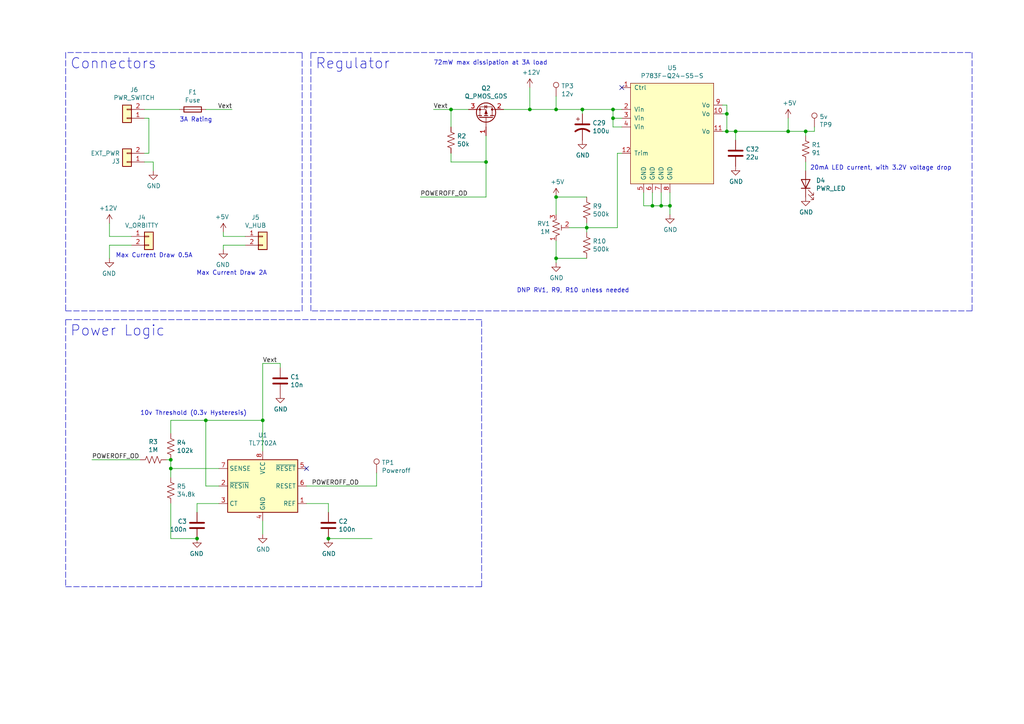
<source format=kicad_sch>
(kicad_sch (version 20211123) (generator eeschema)
  (paper "A4")
  (lib_symbols
    (symbol "Connector:TestPoint" (pin_numbers hide) (pin_names (offset 0.762) hide)
      (property "Reference" "TP" (at 0 6.858 0))
      (property "Value" "TestPoint" (at 0 5.08 0))
      (symbol "TestPoint_0_1"
        (circle (center 0 3.302) (radius 0.762))
      )
      (symbol "TestPoint_1_1"
        (pin passive line (at 0 0 90) (length 2.54) (name "1") (number "1"))
      )
    )
    (symbol "Connector_Generic:Conn_01x02" (pin_names (offset 1.016) hide)
      (property "Reference" "J" (at 0 2.54 0))
      (property "Value" "Conn_01x02" (at 0 -5.08 0))
      (symbol "Conn_01x02_1_1"
        (rectangle (start -1.27 -2.413) (end 0 -2.667) (stroke (width 0.1524)))
        (rectangle (start -1.27 0.127) (end 0 -0.127) (stroke (width 0.1524)))
        (rectangle (start -1.27 1.27) (end 1.27 -3.81) (stroke (width 0.254)) (fill (type background)))
        (pin passive line (at -5.08 0 0) (length 3.81) (name "Pin_1") (number "1"))
        (pin passive line (at -5.08 -2.54 0) (length 3.81) (name "Pin_2") (number "2"))
      )
    )
    (symbol "Device:C" (pin_numbers hide) (pin_names (offset 0.254))
      (property "Reference" "C" (at 0.635 2.54 0))
      (property "Value" "C" (at 0.635 -2.54 0))
      (symbol "C_0_1"
        (polyline (pts (xy -2.032 -0.762) (xy 2.032 -0.762)) (stroke (width 0.508)))
        (polyline (pts (xy -2.032 0.762) (xy 2.032 0.762)) (stroke (width 0.508)))
      )
      (symbol "C_1_1"
        (pin passive line (at 0 3.81 270) (length 2.794) (name "~") (number "1"))
        (pin passive line (at 0 -3.81 90) (length 2.794) (name "~") (number "2"))
      )
    )
    (symbol "Device:CP1" (pin_numbers hide) (pin_names (offset 0.254) hide)
      (property "Reference" "C" (at 0.635 2.54 0))
      (property "Value" "Device_CP1" (at 0.635 -2.54 0))
      (symbol "CP1_0_1"
        (polyline (pts (xy -2.032 0.762) (xy 2.032 0.762)) (stroke (width 0.508)))
        (polyline (pts (xy -1.778 2.286) (xy -0.762 2.286)))
        (polyline (pts (xy -1.27 1.778) (xy -1.27 2.794)))
        (arc (start 2.032 -1.27) (mid 0 -0.5572) (end -2.032 -1.27) (stroke (width 0.508)))
      )
      (symbol "CP1_1_1"
        (pin passive line (at 0 3.81 270) (length 2.794) (name "~") (number "1"))
        (pin passive line (at 0 -3.81 90) (length 3.302) (name "~") (number "2"))
      )
    )
    (symbol "Device:Fuse" (pin_numbers hide) (pin_names (offset 0))
      (property "Reference" "F" (at 2.032 0 90))
      (property "Value" "Fuse" (at -1.905 0 90))
      (symbol "Fuse_0_1"
        (rectangle (start -0.762 -2.54) (end 0.762 2.54) (stroke (width 0.254)))
        (polyline (pts (xy 0 2.54) (xy 0 -2.54)))
      )
      (symbol "Fuse_1_1"
        (pin passive line (at 0 3.81 270) (length 1.27) (name "~") (number "1"))
        (pin passive line (at 0 -3.81 90) (length 1.27) (name "~") (number "2"))
      )
    )
    (symbol "Device:LED" (pin_numbers hide) (pin_names (offset 1.016) hide)
      (property "Reference" "D" (at 0 2.54 0))
      (property "Value" "LED" (at 0 -2.54 0))
      (symbol "LED_0_1"
        (polyline (pts (xy -1.27 -1.27) (xy -1.27 1.27)) (stroke (width 0.254)))
        (polyline (pts (xy -1.27 0) (xy 1.27 0)))
        (polyline (pts (xy 1.27 -1.27) (xy 1.27 1.27) (xy -1.27 0) (xy 1.27 -1.27)) (stroke (width 0.254)))
        (polyline (pts (xy -3.048 -0.762) (xy -4.572 -2.286) (xy -3.81 -2.286) (xy -4.572 -2.286) (xy -4.572 -1.524)))
        (polyline (pts (xy -1.778 -0.762) (xy -3.302 -2.286) (xy -2.54 -2.286) (xy -3.302 -2.286) (xy -3.302 -1.524)))
      )
      (symbol "LED_1_1"
        (pin passive line (at -3.81 0 0) (length 2.54) (name "K") (number "1"))
        (pin passive line (at 3.81 0 180) (length 2.54) (name "A") (number "2"))
      )
    )
    (symbol "Device:Q_PMOS_GDS" (pin_names (offset 0) hide)
      (property "Reference" "Q" (at 5.08 1.27 0))
      (property "Value" "Q_PMOS_GDS" (at 5.08 -1.27 0))
      (symbol "Q_PMOS_GDS_0_1"
        (polyline (pts (xy 0.254 0) (xy -2.54 0)))
        (polyline (pts (xy 0.254 1.905) (xy 0.254 -1.905)) (stroke (width 0.254)))
        (polyline (pts (xy 0.762 -1.27) (xy 0.762 -2.286)) (stroke (width 0.254)))
        (polyline (pts (xy 0.762 0.508) (xy 0.762 -0.508)) (stroke (width 0.254)))
        (polyline (pts (xy 0.762 2.286) (xy 0.762 1.27)) (stroke (width 0.254)))
        (polyline (pts (xy 2.54 2.54) (xy 2.54 1.778)))
        (polyline (pts (xy 2.54 -2.54) (xy 2.54 0) (xy 0.762 0)))
        (polyline (pts (xy 0.762 1.778) (xy 3.302 1.778) (xy 3.302 -1.778) (xy 0.762 -1.778)))
        (polyline (pts (xy 2.286 0) (xy 1.27 0.381) (xy 1.27 -0.381) (xy 2.286 0)) (fill (type outline)))
        (polyline (pts (xy 2.794 -0.508) (xy 2.921 -0.381) (xy 3.683 -0.381) (xy 3.81 -0.254)))
        (polyline (pts (xy 3.302 -0.381) (xy 2.921 0.254) (xy 3.683 0.254) (xy 3.302 -0.381)))
        (circle (center 1.651 0) (radius 2.794) (stroke (width 0.254)))
        (circle (center 2.54 -1.778) (radius 0.254) (fill (type outline)))
        (circle (center 2.54 1.778) (radius 0.254) (fill (type outline)))
      )
      (symbol "Q_PMOS_GDS_1_1"
        (pin input line (at -5.08 0 0) (length 2.54) (name "G") (number "1"))
        (pin passive line (at 2.54 5.08 270) (length 2.54) (name "D") (number "2"))
        (pin passive line (at 2.54 -5.08 90) (length 2.54) (name "S") (number "3"))
      )
    )
    (symbol "Device:R_POT_TRIM_US" (pin_names (offset 1.016) hide)
      (property "Reference" "RV" (at -4.445 0 90))
      (property "Value" "Device_R_POT_TRIM_US" (at -2.54 0 90))
      (symbol "R_POT_TRIM_US_0_1"
        (polyline (pts (xy 0 -2.286) (xy 0 -2.54)))
        (polyline (pts (xy 0 2.286) (xy 0 2.54)))
        (polyline (pts (xy 1.524 0.762) (xy 1.524 -0.762)))
        (polyline (pts (xy 2.54 0) (xy 1.524 0)))
        (polyline (pts (xy 0 -0.762) (xy 1.016 -1.143) (xy 0 -1.524) (xy -1.016 -1.905) (xy 0 -2.286)))
        (polyline (pts (xy 0 0.762) (xy 1.016 0.381) (xy 0 0) (xy -1.016 -0.381) (xy 0 -0.762)))
        (polyline (pts (xy 0 2.286) (xy 1.016 1.905) (xy 0 1.524) (xy -1.016 1.143) (xy 0 0.762)))
      )
      (symbol "R_POT_TRIM_US_1_1"
        (pin passive line (at 0 3.81 270) (length 1.27) (name "1") (number "1"))
        (pin passive line (at 3.81 0 180) (length 1.27) (name "2") (number "2"))
        (pin passive line (at 0 -3.81 90) (length 1.27) (name "3") (number "3"))
      )
    )
    (symbol "Device:R_US" (pin_numbers hide) (pin_names (offset 0))
      (property "Reference" "R" (at 2.54 0 90))
      (property "Value" "R_US" (at -2.54 0 90))
      (symbol "R_US_0_1"
        (polyline (pts (xy 0 -2.286) (xy 0 -2.54)))
        (polyline (pts (xy 0 2.286) (xy 0 2.54)))
        (polyline (pts (xy 0 -0.762) (xy 1.016 -1.143) (xy 0 -1.524) (xy -1.016 -1.905) (xy 0 -2.286)))
        (polyline (pts (xy 0 0.762) (xy 1.016 0.381) (xy 0 0) (xy -1.016 -0.381) (xy 0 -0.762)))
        (polyline (pts (xy 0 2.286) (xy 1.016 1.905) (xy 0 1.524) (xy -1.016 1.143) (xy 0 0.762)))
      )
      (symbol "R_US_1_1"
        (pin passive line (at 0 3.81 270) (length 1.27) (name "~") (number "1"))
        (pin passive line (at 0 -3.81 90) (length 1.27) (name "~") (number "2"))
      )
    )
    (symbol "New_Library:P783F-Q24-S5-S" (pin_names (offset 1.016))
      (property "Reference" "U" (at 0 0 0))
      (property "Value" "New_Library_P783F-Q24-S5-S" (at 0 2.54 0))
      (symbol "P783F-Q24-S5-S_0_1"
        (rectangle (start -6.35 -1.27) (end 17.78 -30.48) (fill (type background)))
      )
      (symbol "P783F-Q24-S5-S_1_1"
        (pin input line (at -8.89 -2.54 0) (length 2.54) (name "Ctrl") (number "1"))
        (pin output line (at 20.32 -10.16 180) (length 2.54) (name "Vo") (number "10"))
        (pin output line (at 20.32 -15.24 180) (length 2.54) (name "Vo") (number "11"))
        (pin input line (at -8.89 -21.59 0) (length 2.54) (name "Trim") (number "12"))
        (pin input line (at -8.89 -8.89 0) (length 2.54) (name "Vin") (number "2"))
        (pin input line (at -8.89 -11.43 0) (length 2.54) (name "Vin") (number "3"))
        (pin input line (at -8.89 -13.97 0) (length 2.54) (name "Vin") (number "4"))
        (pin input line (at -2.54 -33.02 90) (length 2.54) (name "GND") (number "5"))
        (pin input line (at 0 -33.02 90) (length 2.54) (name "GND") (number "6"))
        (pin input line (at 2.54 -33.02 90) (length 2.54) (name "GND") (number "7"))
        (pin input line (at 5.08 -33.02 90) (length 2.54) (name "GND") (number "8"))
        (pin output line (at 20.32 -7.62 180) (length 2.54) (name "Vo") (number "9"))
      )
    )
    (symbol "Power_Supervisor:TL7702A"
      (property "Reference" "U" (at -8.89 8.89 0))
      (property "Value" "TL7702A" (at 10.16 8.89 0))
      (symbol "TL7702A_0_1"
        (rectangle (start -10.16 7.62) (end 10.16 -7.62) (stroke (width 0.254)) (fill (type background)))
      )
      (symbol "TL7702A_1_1"
        (pin output line (at 12.7 -5.08 180) (length 2.54) (name "REF") (number "1"))
        (pin input line (at -12.7 0 0) (length 2.54) (name "~{RESIN}") (number "2"))
        (pin passive line (at -12.7 -5.08 0) (length 2.54) (name "CT") (number "3"))
        (pin power_in line (at 0 -10.16 90) (length 2.54) (name "GND") (number "4"))
        (pin open_collector line (at 12.7 5.08 180) (length 2.54) (name "~{RESET}") (number "5"))
        (pin open_collector line (at 12.7 0 180) (length 2.54) (name "RESET") (number "6"))
        (pin input line (at -12.7 5.08 0) (length 2.54) (name "SENSE") (number "7"))
        (pin power_in line (at 0 10.16 270) (length 2.54) (name "VCC") (number "8"))
      )
    )
    (symbol "power:+12V" (power) (pin_names (offset 0))
      (property "Value" "+12V" (at 0 3.556 0))
      (symbol "+12V_0_1"
        (polyline (pts (xy -0.762 1.27) (xy 0 2.54)))
        (polyline (pts (xy 0 0) (xy 0 2.54)))
        (polyline (pts (xy 0 2.54) (xy 0.762 1.27)))
      )
      (symbol "+12V_1_1"
        (pin power_in line (at 0 0 90) (length 0) hide (name "+12V") (number "1"))
      )
    )
    (symbol "power:+5V" (power) (pin_names (offset 0))
      (property "Value" "+5V" (at 0 3.556 0))
      (symbol "+5V_0_1"
        (polyline (pts (xy -0.762 1.27) (xy 0 2.54)))
        (polyline (pts (xy 0 0) (xy 0 2.54)))
        (polyline (pts (xy 0 2.54) (xy 0.762 1.27)))
      )
      (symbol "+5V_1_1"
        (pin power_in line (at 0 0 90) (length 0) hide (name "+5V") (number "1"))
      )
    )
    (symbol "power:GND" (power) (pin_names (offset 0))
      (property "Value" "GND" (at 0 -3.81 0))
      (symbol "GND_0_1"
        (polyline (pts (xy 0 0) (xy 0 -1.27) (xy 1.27 -1.27) (xy 0 -2.54) (xy -1.27 -1.27) (xy 0 -1.27)))
      )
      (symbol "GND_1_1"
        (pin power_in line (at 0 0 270) (length 0) hide (name "GND") (number "1"))
      )
    )
  )
  (junction (at 130.81 31.75))
  (junction (at 140.97 46.99))
  (junction (at 168.91 31.75))
  (junction (at 213.36 38.1))
  (junction (at 194.31 59.69))
  (junction (at 59.69 121.92))
  (junction (at 161.29 31.75))
  (junction (at 161.29 57.15))
  (junction (at 76.2 121.92))
  (junction (at 161.29 74.93))
  (junction (at 170.18 66.04))
  (junction (at 210.82 38.1))
  (junction (at 177.8 31.75))
  (junction (at 177.8 34.29))
  (junction (at 228.6 38.1))
  (junction (at 233.68 38.1))
  (junction (at 210.82 33.02))
  (junction (at 191.77 59.69))
  (junction (at 49.53 133.35))
  (junction (at 57.15 156.21))
  (junction (at 49.53 135.89))
  (junction (at 189.23 59.69))
  (junction (at 153.67 31.75))
  (junction (at 95.25 156.21))
  (no_connect (at 88.9 135.89))
  (no_connect (at 180.34 25.4))
  (wire (pts (xy 49.53 146.05) (xy 49.53 156.21)))
  (wire (pts (xy 49.53 135.89) (xy 49.53 138.43)))
  (wire (pts (xy 49.53 133.35) (xy 49.53 135.89)))
  (wire (pts (xy 57.15 146.05) (xy 57.15 148.59)))
  (wire (pts (xy 140.97 46.99) (xy 140.97 39.37)))
  (wire (pts (xy 191.77 59.69) (xy 194.31 59.69)))
  (wire (pts (xy 191.77 55.88) (xy 191.77 59.69)))
  (wire (pts (xy 81.28 105.41) (xy 76.2 105.41)))
  (wire (pts (xy 140.97 57.15) (xy 121.92 57.15)))
  (wire (pts (xy 64.77 68.58) (xy 64.77 67.31)))
  (wire (pts (xy 88.9 140.97) (xy 109.22 140.97)))
  (wire (pts (xy 81.28 106.68) (xy 81.28 105.41)))
  (wire (pts (xy 43.18 44.45) (xy 43.18 34.29)))
  (wire (pts (xy 170.18 57.15) (xy 161.29 57.15)))
  (polyline (pts (xy 87.63 15.24) (xy 19.05 15.24)))
  (wire (pts (xy 177.8 36.83) (xy 177.8 34.29)))
  (wire (pts (xy 49.53 156.21) (xy 57.15 156.21)))
  (wire (pts (xy 168.91 31.75) (xy 168.91 33.02)))
  (wire (pts (xy 177.8 34.29) (xy 177.8 31.75)))
  (wire (pts (xy 71.12 71.12) (xy 64.77 71.12)))
  (wire (pts (xy 189.23 55.88) (xy 189.23 59.69)))
  (wire (pts (xy 170.18 66.04) (xy 179.07 66.04)))
  (wire (pts (xy 186.69 59.69) (xy 189.23 59.69)))
  (wire (pts (xy 228.6 38.1) (xy 228.6 34.29)))
  (polyline (pts (xy 19.05 90.17) (xy 87.63 90.17)))
  (wire (pts (xy 210.82 38.1) (xy 213.36 38.1)))
  (wire (pts (xy 161.29 62.23) (xy 161.29 57.15)))
  (wire (pts (xy 44.45 46.99) (xy 44.45 49.53)))
  (wire (pts (xy 63.5 140.97) (xy 59.69 140.97)))
  (wire (pts (xy 95.25 156.21) (xy 107.95 156.21)))
  (polyline (pts (xy 281.94 15.24) (xy 281.94 90.17)))
  (wire (pts (xy 233.68 38.1) (xy 236.22 38.1)))
  (wire (pts (xy 186.69 55.88) (xy 186.69 59.69)))
  (wire (pts (xy 130.81 46.99) (xy 140.97 46.99)))
  (wire (pts (xy 48.26 133.35) (xy 49.53 133.35)))
  (wire (pts (xy 26.67 133.35) (xy 40.64 133.35)))
  (wire (pts (xy 233.68 46.99) (xy 233.68 49.53)))
  (wire (pts (xy 161.29 74.93) (xy 161.29 76.2)))
  (wire (pts (xy 41.91 44.45) (xy 43.18 44.45)))
  (wire (pts (xy 161.29 69.85) (xy 161.29 74.93)))
  (wire (pts (xy 146.05 31.75) (xy 153.67 31.75)))
  (wire (pts (xy 194.31 59.69) (xy 194.31 62.23)))
  (wire (pts (xy 38.1 71.12) (xy 31.75 71.12)))
  (wire (pts (xy 161.29 31.75) (xy 168.91 31.75)))
  (wire (pts (xy 236.22 38.1) (xy 236.22 36.83)))
  (wire (pts (xy 168.91 31.75) (xy 177.8 31.75)))
  (wire (pts (xy 76.2 105.41) (xy 76.2 121.92)))
  (wire (pts (xy 179.07 66.04) (xy 179.07 44.45)))
  (wire (pts (xy 49.53 125.73) (xy 49.53 121.92)))
  (polyline (pts (xy 19.05 92.71) (xy 19.05 170.18)))
  (wire (pts (xy 180.34 36.83) (xy 177.8 36.83)))
  (wire (pts (xy 161.29 31.75) (xy 161.29 27.94)))
  (wire (pts (xy 31.75 71.12) (xy 31.75 74.93)))
  (wire (pts (xy 177.8 31.75) (xy 180.34 31.75)))
  (polyline (pts (xy 19.05 15.24) (xy 19.05 90.17)))
  (wire (pts (xy 153.67 31.75) (xy 161.29 31.75)))
  (wire (pts (xy 210.82 30.48) (xy 210.82 33.02)))
  (wire (pts (xy 233.68 38.1) (xy 233.68 39.37)))
  (wire (pts (xy 95.25 146.05) (xy 95.25 148.59)))
  (wire (pts (xy 41.91 31.75) (xy 52.07 31.75)))
  (wire (pts (xy 49.53 121.92) (xy 59.69 121.92)))
  (wire (pts (xy 41.91 46.99) (xy 44.45 46.99)))
  (polyline (pts (xy 281.94 90.17) (xy 90.17 90.17)))
  (polyline (pts (xy 139.7 170.18) (xy 139.7 92.71)))
  (wire (pts (xy 38.1 68.58) (xy 31.75 68.58)))
  (wire (pts (xy 213.36 38.1) (xy 228.6 38.1)))
  (wire (pts (xy 170.18 66.04) (xy 165.1 66.04)))
  (wire (pts (xy 31.75 68.58) (xy 31.75 64.77)))
  (wire (pts (xy 210.82 33.02) (xy 210.82 38.1)))
  (polyline (pts (xy 19.05 170.18) (xy 139.7 170.18)))
  (wire (pts (xy 59.69 31.75) (xy 67.31 31.75)))
  (polyline (pts (xy 139.7 92.71) (xy 19.05 92.71)))
  (wire (pts (xy 130.81 36.83) (xy 130.81 31.75)))
  (wire (pts (xy 130.81 44.45) (xy 130.81 46.99)))
  (polyline (pts (xy 87.63 90.17) (xy 87.63 15.24)))
  (wire (pts (xy 43.18 34.29) (xy 41.91 34.29)))
  (wire (pts (xy 130.81 31.75) (xy 135.89 31.75)))
  (wire (pts (xy 213.36 38.1) (xy 213.36 40.64)))
  (wire (pts (xy 59.69 140.97) (xy 59.69 121.92)))
  (wire (pts (xy 76.2 151.13) (xy 76.2 154.94)))
  (wire (pts (xy 170.18 74.93) (xy 161.29 74.93)))
  (wire (pts (xy 49.53 135.89) (xy 63.5 135.89)))
  (wire (pts (xy 140.97 57.15) (xy 140.97 46.99)))
  (polyline (pts (xy 90.17 15.24) (xy 281.94 15.24)))
  (wire (pts (xy 189.23 59.69) (xy 191.77 59.69)))
  (wire (pts (xy 228.6 38.1) (xy 233.68 38.1)))
  (polyline (pts (xy 90.17 90.17) (xy 90.17 15.24)))
  (wire (pts (xy 64.77 71.12) (xy 64.77 72.39)))
  (wire (pts (xy 180.34 34.29) (xy 177.8 34.29)))
  (wire (pts (xy 210.82 33.02) (xy 209.55 33.02)))
  (wire (pts (xy 210.82 38.1) (xy 209.55 38.1)))
  (wire (pts (xy 88.9 146.05) (xy 95.25 146.05)))
  (wire (pts (xy 76.2 121.92) (xy 76.2 130.81)))
  (wire (pts (xy 170.18 66.04) (xy 170.18 67.31)))
  (wire (pts (xy 209.55 30.48) (xy 210.82 30.48)))
  (wire (pts (xy 109.22 140.97) (xy 109.22 137.16)))
  (wire (pts (xy 179.07 44.45) (xy 180.34 44.45)))
  (wire (pts (xy 153.67 25.4) (xy 153.67 31.75)))
  (wire (pts (xy 63.5 146.05) (xy 57.15 146.05)))
  (wire (pts (xy 71.12 68.58) (xy 64.77 68.58)))
  (wire (pts (xy 59.69 121.92) (xy 76.2 121.92)))
  (wire (pts (xy 125.73 31.75) (xy 130.81 31.75)))
  (wire (pts (xy 170.18 64.77) (xy 170.18 66.04)))
  (wire (pts (xy 194.31 55.88) (xy 194.31 59.69)))
  (text "DNP RV1, R9, R10 unless needed" (at 149.86 85.09 0) (effects (font (size 1.27 1.27)) (justify left bottom)))
  (text "Regulator" (at 91.44 20.32 0) (effects (font (size 2.9972 2.9972)) (justify left bottom)))
  (text "Max Current Draw 0.5A" (at 55.88 74.93 180) (effects (font (size 1.27 1.27)) (justify right bottom)))
  (text "Connectors" (at 20.32 20.32 0) (effects (font (size 2.9972 2.9972)) (justify left bottom)))
  (text "10v Threshold (0.3v Hysteresis)\n" (at 40.64 120.65 0) (effects (font (size 1.27 1.27)) (justify left bottom)))
  (text "3A Rating" (at 52.07 35.56 0) (effects (font (size 1.27 1.27)) (justify left bottom)))
  (text "Power Logic" (at 20.32 97.79 0) (effects (font (size 2.9972 2.9972)) (justify left bottom)))
  (text "20mA LED current, with 3.2V voltage drop" (at 234.95 49.53 0) (effects (font (size 1.27 1.27)) (justify left bottom)))
  (text "Max Current Draw 2A" (at 77.47 80.01 180) (effects (font (size 1.27 1.27)) (justify right bottom)))
  (text "72mW max dissipation at 3A load" (at 125.73 19.05 0) (effects (font (size 1.27 1.27)) (justify left bottom)))
  (label "POWEROFF_OD" (at 26.67 133.35 0))
  (label "Vext" (at 76.2 105.41 0))
  (label "Vext" (at 125.73 31.75 0))
  (label "Vext" (at 67.31 31.75 180))
  (label "POWEROFF_OD" (at 104.14 140.97 180))
  (label "POWEROFF_OD" (at 121.92 57.15 0))
  (symbol (lib_id "New_Library:P783F-Q24-S5-S") (at 189.23 22.86 0) (unit 1)
    (property "Reference" "U5" (at 194.945 19.685 0))
    (property "Value" "P783F-Q24-S5-S" (at 194.945 21.9964 0))
    (property "Footprint" "Converter_DCDC:Converter_DCDC_RECOM_R5xxxPA_THT" (effects hide))
  )
  (symbol (lib_id "Device:CP1") (at 168.91 36.83 0) (unit 1)
    (property "Reference" "C29" (at 171.831 35.6616 0) (effects (justify left)))
    (property "Value" "100u" (at 171.831 37.973 0) (effects (justify left)))
    (property "Footprint" "Capacitor_THT:CP_Radial_D5.0mm_P2.00mm" (effects hide))
  )
  (symbol (lib_id "Connector_Generic:Conn_01x02") (at 36.83 46.99 180)
    (property "Reference" "J3" (at 34.798 46.7868 0) (effects (justify left)))
    (property "Value" "EXT_PWR" (at 34.798 44.4754 0) (effects (justify left)))
    (property "Footprint" "Connector_AMASS:AMASS_XT30PW-M_1x02_P2.50mm_Horizontal" (effects hide))
  )
  (symbol (lib_id "power:GND") (at 168.91 40.64 0) (unit 1)
    (property "Reference" "#PWR0160" (effects hide))
    (property "Value" "GND" (at 169.037 45.0342 0))
  )
  (symbol (lib_id "Device:C") (at 213.36 44.45 0) (unit 1)
    (property "Reference" "C32" (at 216.281 43.2816 0) (effects (justify left)))
    (property "Value" "22u" (at 216.281 45.593 0) (effects (justify left)))
    (property "Footprint" "Capacitor_SMD:C_1206_3216Metric_Pad1.33x1.80mm_HandSolder" (effects hide))
  )
  (symbol (lib_id "power:GND") (at 213.36 48.26 0) (unit 1)
    (property "Reference" "#PWR0161" (effects hide))
    (property "Value" "GND" (at 213.487 52.6542 0))
  )
  (symbol (lib_id "Device:LED") (at 233.68 53.34 90) (unit 1)
    (property "Reference" "D4" (at 236.6772 52.3494 90) (effects (justify right)))
    (property "Value" "PWR_LED" (at 236.6772 54.6608 90) (effects (justify right)))
    (property "Footprint" "LED_THT:LED_D5.0mm_FlatTop" (effects hide))
  )
  (symbol (lib_id "power:GND") (at 31.75 74.93 0) (mirror y) (unit 1)
    (property "Reference" "#PWR0132" (effects hide))
    (property "Value" "GND" (at 31.623 79.3242 0))
  )
  (symbol (lib_id "power:GND") (at 233.68 57.15 0) (unit 1)
    (property "Reference" "#PWR0159" (effects hide))
    (property "Value" "GND" (at 233.807 61.5442 0))
  )
  (symbol (lib_id "power:GND") (at 194.31 62.23 0) (unit 1)
    (property "Reference" "#PWR0133" (effects hide))
    (property "Value" "GND" (at 194.437 66.6242 0))
  )
  (symbol (lib_id "power:GND") (at 44.45 49.53 0) (unit 1)
    (property "Reference" "#PWR0134" (effects hide))
    (property "Value" "GND" (at 44.577 53.9242 0))
  )
  (symbol (lib_id "power:+5V") (at 228.6 34.29 0) (unit 1)
    (property "Reference" "#PWR0135" (effects hide))
    (property "Value" "+5V" (at 228.981 29.8958 0))
  )
  (symbol (lib_id "Connector:TestPoint") (at 236.22 36.83 0) (mirror y) (unit 1)
    (property "Reference" "TP9" (at 237.6932 36.1696 0) (effects (justify right)))
    (property "Value" "5v" (at 237.6932 33.8582 0) (effects (justify right)))
    (property "Footprint" "TestPoint:TestPoint_Plated_Hole_D2.0mm" (effects hide))
  )
  (symbol (lib_id "Device:Fuse") (at 55.88 31.75 270) (unit 1)
    (property "Reference" "F1" (at 55.88 26.7462 90))
    (property "Value" "Fuse" (at 55.88 29.0576 90))
    (property "Footprint" "Fuse:Fuseholder_Cylinder-5x20mm_Stelvio-Kontek_PTF78_Horizontal_Open" (effects hide))
  )
  (symbol (lib_id "Device:C") (at 81.28 110.49 0) (unit 1)
    (property "Reference" "C1" (at 84.201 109.3216 0) (effects (justify left)))
    (property "Value" "10n" (at 84.201 111.633 0) (effects (justify left)))
    (property "Footprint" "Capacitor_SMD:C_1206_3216Metric_Pad1.33x1.80mm_HandSolder" (effects hide))
  )
  (symbol (lib_id "power:GND") (at 81.28 114.3 0) (unit 1)
    (property "Reference" "#PWR0104" (effects hide))
    (property "Value" "GND" (at 81.407 118.6942 0))
  )
  (symbol (lib_id "Connector_Generic:Conn_01x02") (at 36.83 34.29 180) (unit 1)
    (property "Reference" "J6" (at 38.9128 26.035 0))
    (property "Value" "PWR_SWITCH" (at 38.9128 28.3464 0))
    (property "Footprint" "Connector_JST:JST_XH_S2B-XH-A_1x02_P2.50mm_Horizontal" (effects hide))
  )
  (symbol (lib_id "Device:R_US") (at 130.81 40.64 0) (unit 1)
    (property "Reference" "R2" (at 132.5372 39.4716 0) (effects (justify left)))
    (property "Value" "50k" (at 132.5372 41.783 0) (effects (justify left)))
    (property "Footprint" "Resistor_SMD:R_1206_3216Metric_Pad1.30x1.75mm_HandSolder" (effects hide))
  )
  (symbol (lib_id "Device:Q_PMOS_GDS") (at 140.97 34.29 270) (mirror x) (unit 1)
    (property "Reference" "Q2" (at 140.97 25.6032 90))
    (property "Value" "Q_PMOS_GDS" (at 140.97 27.9146 90))
    (property "Footprint" "Package_TO_SOT_THT:TO-251-3_Vertical" (effects hide))
  )
  (symbol (lib_id "power:GND") (at 76.2 154.94 0) (unit 1)
    (property "Reference" "#PWR0102" (effects hide))
    (property "Value" "GND" (at 76.327 159.3342 0))
  )
  (symbol (lib_id "Device:C") (at 95.25 152.4 0) (unit 1)
    (property "Reference" "C2" (at 98.171 151.2316 0) (effects (justify left)))
    (property "Value" "100n" (at 98.171 153.543 0) (effects (justify left)))
    (property "Footprint" "Capacitor_SMD:C_1206_3216Metric_Pad1.33x1.80mm_HandSolder" (effects hide))
  )
  (symbol (lib_id "power:GND") (at 95.25 156.21 0) (unit 1)
    (property "Reference" "#PWR0103" (effects hide))
    (property "Value" "GND" (at 95.377 160.6042 0))
  )
  (symbol (lib_id "Device:R_US") (at 233.68 43.18 0) (unit 1)
    (property "Reference" "R1" (at 235.4072 42.0116 0) (effects (justify left)))
    (property "Value" "91" (at 235.4072 44.323 0) (effects (justify left)))
    (property "Footprint" "Resistor_SMD:R_1206_3216Metric_Pad1.30x1.75mm_HandSolder" (effects hide))
  )
  (symbol (lib_id "Power_Supervisor:TL7702A") (at 76.2 140.97 0) (unit 1)
    (property "Reference" "U1" (at 76.2 126.2126 0))
    (property "Value" "TL7702A" (at 76.2 128.524 0))
    (property "Footprint" "Package_SO:SOIC-8_3.9x4.9mm_P1.27mm" (effects hide))
    (property "Datasheet" "http://www.ti.com.cn/cn/lit/ds/symlink/tl7705a.pdf" (effects hide))
  )
  (symbol (lib_id "Device:C") (at 57.15 152.4 0) (mirror y) (unit 1)
    (property "Reference" "C3" (at 54.229 151.2316 0) (effects (justify left)))
    (property "Value" "100n" (at 54.229 153.543 0) (effects (justify left)))
    (property "Footprint" "Capacitor_SMD:C_1206_3216Metric_Pad1.33x1.80mm_HandSolder" (effects hide))
  )
  (symbol (lib_id "power:GND") (at 57.15 156.21 0) (mirror y) (unit 1)
    (property "Reference" "#PWR0109" (effects hide))
    (property "Value" "GND" (at 57.023 160.6042 0))
  )
  (symbol (lib_id "Device:R_US") (at 49.53 129.54 0) (unit 1)
    (property "Reference" "R4" (at 51.2572 128.3716 0) (effects (justify left)))
    (property "Value" "102k" (at 51.2572 130.683 0) (effects (justify left)))
    (property "Footprint" "Resistor_SMD:R_1206_3216Metric_Pad1.30x1.75mm_HandSolder" (effects hide))
  )
  (symbol (lib_id "Device:R_US") (at 49.53 142.24 0) (unit 1)
    (property "Reference" "R5" (at 51.2572 141.0716 0) (effects (justify left)))
    (property "Value" "34.8k" (at 51.2572 143.383 0) (effects (justify left)))
    (property "Footprint" "Resistor_SMD:R_1206_3216Metric_Pad1.30x1.75mm_HandSolder" (effects hide))
  )
  (symbol (lib_id "Device:R_US") (at 44.45 133.35 90) (unit 1)
    (property "Reference" "R3" (at 44.45 128.143 90))
    (property "Value" "1M" (at 44.45 130.4544 90))
    (property "Footprint" "Resistor_SMD:R_1206_3216Metric_Pad1.30x1.75mm_HandSolder" (effects hide))
  )
  (symbol (lib_id "power:+12V") (at 31.75 64.77 0) (mirror y) (unit 1)
    (property "Reference" "#PWR0107" (effects hide))
    (property "Value" "+12V" (at 31.369 60.3758 0))
  )
  (symbol (lib_id "Connector:TestPoint") (at 109.22 137.16 0) (unit 1)
    (property "Reference" "TP1" (at 110.6932 134.1628 0) (effects (justify left)))
    (property "Value" "Poweroff" (at 110.6932 136.4742 0) (effects (justify left)))
    (property "Footprint" "TestPoint:TestPoint_Plated_Hole_D2.0mm" (effects hide))
  )
  (symbol (lib_id "Connector_Generic:Conn_01x02") (at 43.18 68.58 0) (unit 1)
    (property "Reference" "J4" (at 41.0972 63.0682 0))
    (property "Value" "V_ORBITTY" (at 41.0972 65.3796 0))
    (property "Footprint" "Connector_JST:JST_XH_S2B-XH-A_1x02_P2.50mm_Horizontal" (effects hide))
  )
  (symbol (lib_id "Connector_Generic:Conn_01x02") (at 76.2 68.58 0) (unit 1)
    (property "Reference" "J5" (at 74.1172 63.0682 0))
    (property "Value" "V_HUB" (at 74.1172 65.3796 0))
    (property "Footprint" "Connector_JST:JST_XH_S2B-XH-A_1x02_P2.50mm_Horizontal" (effects hide))
  )
  (symbol (lib_id "power:GND") (at 64.77 72.39 0) (mirror y) (unit 1)
    (property "Reference" "#PWR0105" (effects hide))
    (property "Value" "GND" (at 64.643 76.7842 0))
  )
  (symbol (lib_id "power:+5V") (at 64.77 67.31 0) (mirror y) (unit 1)
    (property "Reference" "#PWR0108" (effects hide))
    (property "Value" "+5V" (at 64.389 62.9158 0))
  )
  (symbol (lib_id "Device:R_POT_TRIM_US") (at 161.29 66.04 0) (mirror x) (unit 1)
    (property "Reference" "RV1" (at 159.5628 64.8716 0) (effects (justify right)))
    (property "Value" "1M" (at 159.5628 67.183 0) (effects (justify right)))
    (property "Footprint" "Potentiometer_SMD:Potentiometer_Bourns_3269W_Vertical" (effects hide))
  )
  (symbol (lib_id "power:+5V") (at 161.29 57.15 0) (unit 1)
    (property "Reference" "#PWR0110" (effects hide))
    (property "Value" "+5V" (at 161.671 52.7558 0))
  )
  (symbol (lib_id "power:GND") (at 161.29 76.2 0) (unit 1)
    (property "Reference" "#PWR0111" (effects hide))
    (property "Value" "GND" (at 161.417 80.5942 0))
  )
  (symbol (lib_id "Device:R_US") (at 170.18 60.96 0) (unit 1)
    (property "Reference" "R9" (at 171.9072 59.7916 0) (effects (justify left)))
    (property "Value" "500k" (at 171.9072 62.103 0) (effects (justify left)))
    (property "Footprint" "Resistor_SMD:R_1206_3216Metric_Pad1.30x1.75mm_HandSolder" (effects hide))
  )
  (symbol (lib_id "Device:R_US") (at 170.18 71.12 0) (unit 1)
    (property "Reference" "R10" (at 171.9072 69.9516 0) (effects (justify left)))
    (property "Value" "500k" (at 171.9072 72.263 0) (effects (justify left)))
    (property "Footprint" "Resistor_SMD:R_1206_3216Metric_Pad1.30x1.75mm_HandSolder" (effects hide))
  )
  (symbol (lib_id "power:+12V") (at 153.67 25.4 0) (unit 1)
    (property "Reference" "#PWR0112" (effects hide))
    (property "Value" "+12V" (at 154.051 21.0058 0))
  )
  (symbol (lib_id "Connector:TestPoint") (at 161.29 27.94 0) (unit 1)
    (property "Reference" "TP3" (at 162.7632 24.9428 0) (effects (justify left)))
    (property "Value" "12v" (at 162.7632 27.2542 0) (effects (justify left)))
    (property "Footprint" "TestPoint:TestPoint_Plated_Hole_D2.0mm" (effects hide))
  )
)
</source>
